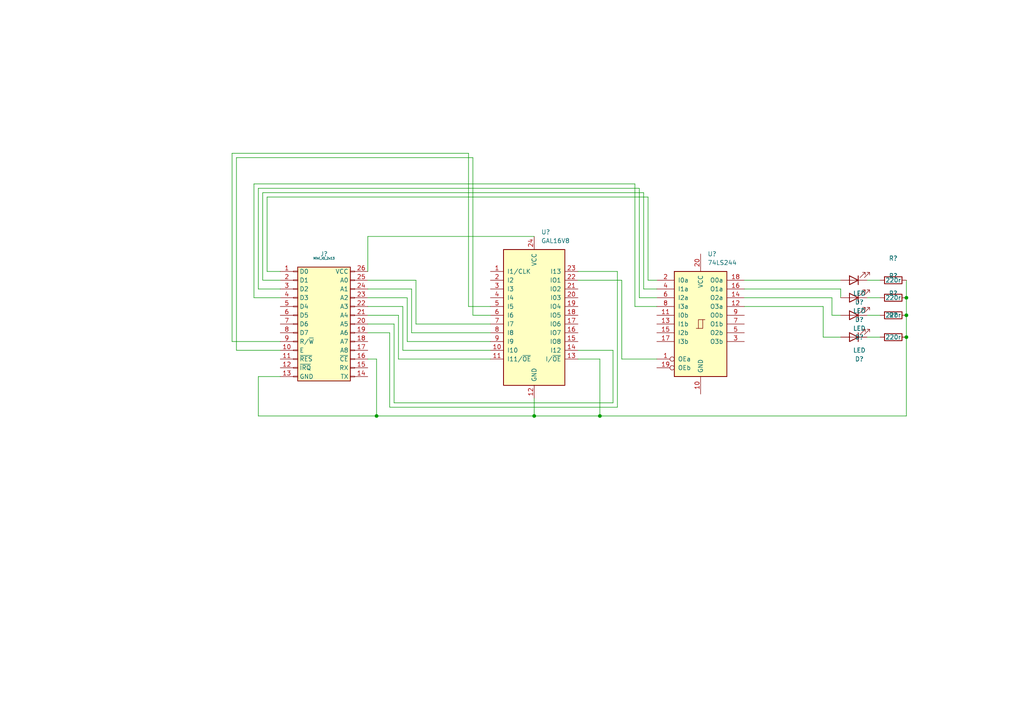
<source format=kicad_sch>
(kicad_sch (version 20211123) (generator eeschema)

  (uuid d68fb288-603f-43ba-9a0a-08ddc6734f3c)

  (paper "A4")

  (lib_symbols
    (symbol "000_MX6309_Symbols:GAL16V8" (pin_names (offset 1.016)) (in_bom yes) (on_board yes)
      (property "Reference" "U" (id 0) (at -8.89 16.51 0)
        (effects (font (size 1.27 1.27)) (justify left))
      )
      (property "Value" "GAL16V8" (id 1) (at -3.81 1.27 0)
        (effects (font (size 1.27 1.27)) (justify left))
      )
      (property "Footprint" "Package_DIP:DIP-24_W7.62mm" (id 2) (at 1.27 -22.86 0)
        (effects (font (size 1.27 1.27)) hide)
      )
      (property "Datasheet" "" (id 3) (at 0 0 0)
        (effects (font (size 1.27 1.27)) hide)
      )
      (property "ki_keywords" "GAL PLD 16V8" (id 4) (at 0 0 0)
        (effects (font (size 1.27 1.27)) hide)
      )
      (property "ki_description" "Programmable Logic Array, DIP-20/SOIC-20/PLCC-20" (id 5) (at 0 0 0)
        (effects (font (size 1.27 1.27)) hide)
      )
      (property "ki_fp_filters" "DIP* PDIP* SOIC* SO* PLCC*" (id 6) (at 0 0 0)
        (effects (font (size 1.27 1.27)) hide)
      )
      (symbol "GAL16V8_0_0"
        (pin power_in line (at 0 -25.4 90) (length 3.81)
          (name "GND" (effects (font (size 1.27 1.27))))
          (number "12" (effects (font (size 1.27 1.27))))
        )
        (pin power_in line (at 0 21.59 270) (length 3.81)
          (name "VCC" (effects (font (size 1.27 1.27))))
          (number "24" (effects (font (size 1.27 1.27))))
        )
      )
      (symbol "GAL16V8_0_1"
        (rectangle (start -8.89 17.78) (end 8.89 -21.59)
          (stroke (width 0.254) (type default) (color 0 0 0 0))
          (fill (type background))
        )
      )
      (symbol "GAL16V8_1_1"
        (pin input line (at -12.7 11.43 0) (length 3.81)
          (name "I1/CLK" (effects (font (size 1.27 1.27))))
          (number "1" (effects (font (size 1.27 1.27))))
        )
        (pin input line (at -12.7 -11.43 0) (length 3.81)
          (name "I10" (effects (font (size 1.27 1.27))))
          (number "10" (effects (font (size 1.27 1.27))))
        )
        (pin input line (at -12.7 -13.97 0) (length 3.81)
          (name "I11/~{OE}" (effects (font (size 1.27 1.27))))
          (number "11" (effects (font (size 1.27 1.27))))
        )
        (pin tri_state line (at 12.7 -13.97 180) (length 3.81)
          (name "I/~{OE}" (effects (font (size 1.27 1.27))))
          (number "13" (effects (font (size 1.27 1.27))))
        )
        (pin tri_state line (at 12.7 -11.43 180) (length 3.81)
          (name "I12" (effects (font (size 1.27 1.27))))
          (number "14" (effects (font (size 1.27 1.27))))
        )
        (pin tri_state line (at 12.7 -8.89 180) (length 3.81)
          (name "IO8" (effects (font (size 1.27 1.27))))
          (number "15" (effects (font (size 1.27 1.27))))
        )
        (pin tri_state line (at 12.7 -6.35 180) (length 3.81)
          (name "IO7" (effects (font (size 1.27 1.27))))
          (number "16" (effects (font (size 1.27 1.27))))
        )
        (pin tri_state line (at 12.7 -3.81 180) (length 3.81)
          (name "IO6" (effects (font (size 1.27 1.27))))
          (number "17" (effects (font (size 1.27 1.27))))
        )
        (pin tri_state line (at 12.7 -1.27 180) (length 3.81)
          (name "IO5" (effects (font (size 1.27 1.27))))
          (number "18" (effects (font (size 1.27 1.27))))
        )
        (pin tri_state line (at 12.7 1.27 180) (length 3.81)
          (name "IO4" (effects (font (size 1.27 1.27))))
          (number "19" (effects (font (size 1.27 1.27))))
        )
        (pin input line (at -12.7 8.89 0) (length 3.81)
          (name "I2" (effects (font (size 1.27 1.27))))
          (number "2" (effects (font (size 1.27 1.27))))
        )
        (pin tri_state line (at 12.7 3.81 180) (length 3.81)
          (name "I03" (effects (font (size 1.27 1.27))))
          (number "20" (effects (font (size 1.27 1.27))))
        )
        (pin tri_state line (at 12.7 6.35 180) (length 3.81)
          (name "IO2" (effects (font (size 1.27 1.27))))
          (number "21" (effects (font (size 1.27 1.27))))
        )
        (pin tri_state line (at 12.7 8.89 180) (length 3.81)
          (name "IO1" (effects (font (size 1.27 1.27))))
          (number "22" (effects (font (size 1.27 1.27))))
        )
        (pin tri_state line (at 12.7 11.43 180) (length 3.81)
          (name "I13" (effects (font (size 1.27 1.27))))
          (number "23" (effects (font (size 1.27 1.27))))
        )
        (pin input line (at -12.7 6.35 0) (length 3.81)
          (name "I3" (effects (font (size 1.27 1.27))))
          (number "3" (effects (font (size 1.27 1.27))))
        )
        (pin input line (at -12.7 3.81 0) (length 3.81)
          (name "I4" (effects (font (size 1.27 1.27))))
          (number "4" (effects (font (size 1.27 1.27))))
        )
        (pin input line (at -12.7 1.27 0) (length 3.81)
          (name "I5" (effects (font (size 1.27 1.27))))
          (number "5" (effects (font (size 1.27 1.27))))
        )
        (pin input line (at -12.7 -1.27 0) (length 3.81)
          (name "I6" (effects (font (size 1.27 1.27))))
          (number "6" (effects (font (size 1.27 1.27))))
        )
        (pin input line (at -12.7 -3.81 0) (length 3.81)
          (name "I7" (effects (font (size 1.27 1.27))))
          (number "7" (effects (font (size 1.27 1.27))))
        )
        (pin input line (at -12.7 -6.35 0) (length 3.81)
          (name "I8" (effects (font (size 1.27 1.27))))
          (number "8" (effects (font (size 1.27 1.27))))
        )
        (pin input line (at -12.7 -8.89 0) (length 3.81)
          (name "I9" (effects (font (size 1.27 1.27))))
          (number "9" (effects (font (size 1.27 1.27))))
        )
      )
    )
    (symbol "000_MX6309_Symbols:Mini_IO_2x13" (pin_names (offset 1.778)) (in_bom yes) (on_board yes)
      (property "Reference" "J" (id 0) (at 7.62 0 0)
        (effects (font (size 1.27 1.27)))
      )
      (property "Value" "Mini_IO_2x13" (id 1) (at 6.35 15.24 0)
        (effects (font (size 0.635 0.635)))
      )
      (property "Footprint" "" (id 2) (at 0 0 0)
        (effects (font (size 1.27 1.27)) hide)
      )
      (property "Datasheet" "~" (id 3) (at 0 0 0)
        (effects (font (size 1.27 1.27)) hide)
      )
      (property "ki_keywords" "connector" (id 4) (at 0 0 0)
        (effects (font (size 1.27 1.27)) hide)
      )
      (property "ki_fp_filters" "Connector*:*_2x??_*" (id 5) (at 0 0 0)
        (effects (font (size 1.27 1.27)) hide)
      )
      (symbol "Mini_IO_2x13_1_1"
        (rectangle (start -1.27 -15.113) (end 0 -15.367)
          (stroke (width 0.1524) (type default) (color 0 0 0 0))
          (fill (type none))
        )
        (rectangle (start -1.27 -12.573) (end 0 -12.827)
          (stroke (width 0.1524) (type default) (color 0 0 0 0))
          (fill (type none))
        )
        (rectangle (start -1.27 -10.033) (end 0 -10.287)
          (stroke (width 0.1524) (type default) (color 0 0 0 0))
          (fill (type none))
        )
        (rectangle (start -1.27 -7.493) (end 0 -7.747)
          (stroke (width 0.1524) (type default) (color 0 0 0 0))
          (fill (type none))
        )
        (rectangle (start -1.27 -4.953) (end 0 -5.207)
          (stroke (width 0.1524) (type default) (color 0 0 0 0))
          (fill (type none))
        )
        (rectangle (start -1.27 -2.413) (end 0 -2.667)
          (stroke (width 0.1524) (type default) (color 0 0 0 0))
          (fill (type none))
        )
        (rectangle (start -1.27 0.127) (end 0 -0.127)
          (stroke (width 0.1524) (type default) (color 0 0 0 0))
          (fill (type none))
        )
        (rectangle (start -1.27 2.667) (end 0 2.413)
          (stroke (width 0.1524) (type default) (color 0 0 0 0))
          (fill (type none))
        )
        (rectangle (start -1.27 5.207) (end 0 4.953)
          (stroke (width 0.1524) (type default) (color 0 0 0 0))
          (fill (type none))
        )
        (rectangle (start -1.27 7.747) (end 0 7.493)
          (stroke (width 0.1524) (type default) (color 0 0 0 0))
          (fill (type none))
        )
        (rectangle (start -1.27 10.287) (end 0 10.033)
          (stroke (width 0.1524) (type default) (color 0 0 0 0))
          (fill (type none))
        )
        (rectangle (start -1.27 12.827) (end 0 12.573)
          (stroke (width 0.1524) (type default) (color 0 0 0 0))
          (fill (type none))
        )
        (rectangle (start -1.27 15.367) (end 0 15.113)
          (stroke (width 0.1524) (type default) (color 0 0 0 0))
          (fill (type none))
        )
        (rectangle (start 0 16.51) (end 15.24 -16.51)
          (stroke (width 0.254) (type default) (color 0 0 0 0))
          (fill (type background))
        )
        (rectangle (start 16.51 -15.113) (end 15.24 -15.367)
          (stroke (width 0.1524) (type default) (color 0 0 0 0))
          (fill (type none))
        )
        (rectangle (start 16.51 -12.573) (end 15.24 -12.827)
          (stroke (width 0.1524) (type default) (color 0 0 0 0))
          (fill (type none))
        )
        (rectangle (start 16.51 -10.033) (end 15.24 -10.287)
          (stroke (width 0.1524) (type default) (color 0 0 0 0))
          (fill (type none))
        )
        (rectangle (start 16.51 -7.493) (end 15.24 -7.747)
          (stroke (width 0.1524) (type default) (color 0 0 0 0))
          (fill (type none))
        )
        (rectangle (start 16.51 -4.953) (end 15.24 -5.207)
          (stroke (width 0.1524) (type default) (color 0 0 0 0))
          (fill (type none))
        )
        (rectangle (start 16.51 -2.413) (end 15.24 -2.667)
          (stroke (width 0.1524) (type default) (color 0 0 0 0))
          (fill (type none))
        )
        (rectangle (start 16.51 0.127) (end 15.24 -0.127)
          (stroke (width 0.1524) (type default) (color 0 0 0 0))
          (fill (type none))
        )
        (rectangle (start 16.51 2.667) (end 15.24 2.413)
          (stroke (width 0.1524) (type default) (color 0 0 0 0))
          (fill (type none))
        )
        (rectangle (start 16.51 5.207) (end 15.24 4.953)
          (stroke (width 0.1524) (type default) (color 0 0 0 0))
          (fill (type none))
        )
        (rectangle (start 16.51 7.747) (end 15.24 7.493)
          (stroke (width 0.1524) (type default) (color 0 0 0 0))
          (fill (type none))
        )
        (rectangle (start 16.51 10.287) (end 15.24 10.033)
          (stroke (width 0.1524) (type default) (color 0 0 0 0))
          (fill (type none))
        )
        (rectangle (start 16.51 12.827) (end 15.24 12.573)
          (stroke (width 0.1524) (type default) (color 0 0 0 0))
          (fill (type none))
        )
        (rectangle (start 16.51 15.367) (end 15.24 15.113)
          (stroke (width 0.1524) (type default) (color 0 0 0 0))
          (fill (type none))
        )
        (pin passive line (at -5.08 15.24 0) (length 3.81)
          (name "D0" (effects (font (size 1.27 1.27))))
          (number "1" (effects (font (size 1.27 1.27))))
        )
        (pin passive line (at -5.08 -7.62 0) (length 3.81)
          (name "E" (effects (font (size 1.27 1.27))))
          (number "10" (effects (font (size 1.27 1.27))))
        )
        (pin passive line (at -5.08 -10.16 0) (length 3.81)
          (name "~{RES}" (effects (font (size 1.27 1.27))))
          (number "11" (effects (font (size 1.27 1.27))))
        )
        (pin passive line (at -5.08 -12.7 0) (length 3.81)
          (name "~{IRQ}" (effects (font (size 1.27 1.27))))
          (number "12" (effects (font (size 1.27 1.27))))
        )
        (pin passive line (at -5.08 -15.24 0) (length 3.81)
          (name "GND" (effects (font (size 1.27 1.27))))
          (number "13" (effects (font (size 1.27 1.27))))
        )
        (pin passive line (at 20.32 -15.24 180) (length 3.81)
          (name "TX" (effects (font (size 1.27 1.27))))
          (number "14" (effects (font (size 1.27 1.27))))
        )
        (pin passive line (at 20.32 -12.7 180) (length 3.81)
          (name "RX" (effects (font (size 1.27 1.27))))
          (number "15" (effects (font (size 1.27 1.27))))
        )
        (pin passive line (at 20.32 -10.16 180) (length 3.81)
          (name "~{CE}" (effects (font (size 1.27 1.27))))
          (number "16" (effects (font (size 1.27 1.27))))
        )
        (pin passive line (at 20.32 -7.62 180) (length 3.81)
          (name "A8" (effects (font (size 1.27 1.27))))
          (number "17" (effects (font (size 1.27 1.27))))
        )
        (pin passive line (at 20.32 -5.08 180) (length 3.81)
          (name "A7" (effects (font (size 1.27 1.27))))
          (number "18" (effects (font (size 1.27 1.27))))
        )
        (pin passive line (at 20.32 -2.54 180) (length 3.81)
          (name "A6" (effects (font (size 1.27 1.27))))
          (number "19" (effects (font (size 1.27 1.27))))
        )
        (pin passive line (at -5.08 12.7 0) (length 3.81)
          (name "D1" (effects (font (size 1.27 1.27))))
          (number "2" (effects (font (size 1.27 1.27))))
        )
        (pin passive line (at 20.32 0 180) (length 3.81)
          (name "A5" (effects (font (size 1.27 1.27))))
          (number "20" (effects (font (size 1.27 1.27))))
        )
        (pin passive line (at 20.32 2.54 180) (length 3.81)
          (name "A4" (effects (font (size 1.27 1.27))))
          (number "21" (effects (font (size 1.27 1.27))))
        )
        (pin passive line (at 20.32 5.08 180) (length 3.81)
          (name "A3" (effects (font (size 1.27 1.27))))
          (number "22" (effects (font (size 1.27 1.27))))
        )
        (pin passive line (at 20.32 7.62 180) (length 3.81)
          (name "A2" (effects (font (size 1.27 1.27))))
          (number "23" (effects (font (size 1.27 1.27))))
        )
        (pin passive line (at 20.32 10.16 180) (length 3.81)
          (name "A1" (effects (font (size 1.27 1.27))))
          (number "24" (effects (font (size 1.27 1.27))))
        )
        (pin passive line (at 20.32 12.7 180) (length 3.81)
          (name "A0" (effects (font (size 1.27 1.27))))
          (number "25" (effects (font (size 1.27 1.27))))
        )
        (pin passive line (at 20.32 15.24 180) (length 3.81)
          (name "VCC" (effects (font (size 1.27 1.27))))
          (number "26" (effects (font (size 1.27 1.27))))
        )
        (pin passive line (at -5.08 10.16 0) (length 3.81)
          (name "D2" (effects (font (size 1.27 1.27))))
          (number "3" (effects (font (size 1.27 1.27))))
        )
        (pin passive line (at -5.08 7.62 0) (length 3.81)
          (name "D3" (effects (font (size 1.27 1.27))))
          (number "4" (effects (font (size 1.27 1.27))))
        )
        (pin passive line (at -5.08 5.08 0) (length 3.81)
          (name "D4" (effects (font (size 1.27 1.27))))
          (number "5" (effects (font (size 1.27 1.27))))
        )
        (pin passive line (at -5.08 2.54 0) (length 3.81)
          (name "D5" (effects (font (size 1.27 1.27))))
          (number "6" (effects (font (size 1.27 1.27))))
        )
        (pin passive line (at -5.08 0 0) (length 3.81)
          (name "D6" (effects (font (size 1.27 1.27))))
          (number "7" (effects (font (size 1.27 1.27))))
        )
        (pin passive line (at -5.08 -2.54 0) (length 3.81)
          (name "D7" (effects (font (size 1.27 1.27))))
          (number "8" (effects (font (size 1.27 1.27))))
        )
        (pin passive line (at -5.08 -5.08 0) (length 3.81)
          (name "R/~{W}" (effects (font (size 1.27 1.27))))
          (number "9" (effects (font (size 1.27 1.27))))
        )
      )
    )
    (symbol "001_common_components:R" (pin_numbers hide) (pin_names (offset 0)) (in_bom yes) (on_board yes)
      (property "Reference" "R" (id 0) (at 2.032 0 90)
        (effects (font (size 1.27 1.27)))
      )
      (property "Value" "R" (id 1) (at 0 0 90)
        (effects (font (size 1.27 1.27)))
      )
      (property "Footprint" "Resistor_THT:R_Axial_DIN0309_L9.0mm_D3.2mm_P12.70mm_Horizontal" (id 2) (at -1.778 0 90)
        (effects (font (size 1.27 1.27)) hide)
      )
      (property "Datasheet" "~" (id 3) (at 0 0 0)
        (effects (font (size 1.27 1.27)) hide)
      )
      (property "ki_keywords" "R res resistor" (id 4) (at 0 0 0)
        (effects (font (size 1.27 1.27)) hide)
      )
      (property "ki_description" "Resistor" (id 5) (at 0 0 0)
        (effects (font (size 1.27 1.27)) hide)
      )
      (property "ki_fp_filters" "R_*" (id 6) (at 0 0 0)
        (effects (font (size 1.27 1.27)) hide)
      )
      (symbol "R_0_1"
        (rectangle (start -1.016 -2.54) (end 1.016 2.54)
          (stroke (width 0.254) (type default) (color 0 0 0 0))
          (fill (type none))
        )
      )
      (symbol "R_1_1"
        (pin passive line (at 0 3.81 270) (length 1.27)
          (name "~" (effects (font (size 1.27 1.27))))
          (number "1" (effects (font (size 1.27 1.27))))
        )
        (pin passive line (at 0 -3.81 90) (length 1.27)
          (name "~" (effects (font (size 1.27 1.27))))
          (number "2" (effects (font (size 1.27 1.27))))
        )
      )
    )
    (symbol "74xx:74LS244" (pin_names (offset 1.016)) (in_bom yes) (on_board yes)
      (property "Reference" "U" (id 0) (at -7.62 16.51 0)
        (effects (font (size 1.27 1.27)))
      )
      (property "Value" "74LS244" (id 1) (at -7.62 -16.51 0)
        (effects (font (size 1.27 1.27)))
      )
      (property "Footprint" "" (id 2) (at 0 0 0)
        (effects (font (size 1.27 1.27)) hide)
      )
      (property "Datasheet" "http://www.ti.com/lit/ds/symlink/sn74ls244.pdf" (id 3) (at 0 0 0)
        (effects (font (size 1.27 1.27)) hide)
      )
      (property "ki_keywords" "7400 logic ttl low power schottky" (id 4) (at 0 0 0)
        (effects (font (size 1.27 1.27)) hide)
      )
      (property "ki_description" "Octal Buffer and Line Driver With 3-State Output, active-low enables, non-inverting outputs" (id 5) (at 0 0 0)
        (effects (font (size 1.27 1.27)) hide)
      )
      (property "ki_fp_filters" "DIP?20*" (id 6) (at 0 0 0)
        (effects (font (size 1.27 1.27)) hide)
      )
      (symbol "74LS244_1_0"
        (polyline
          (pts
            (xy -0.635 -1.27)
            (xy -0.635 1.27)
            (xy 0.635 1.27)
          )
          (stroke (width 0) (type default) (color 0 0 0 0))
          (fill (type none))
        )
        (polyline
          (pts
            (xy -1.27 -1.27)
            (xy 0.635 -1.27)
            (xy 0.635 1.27)
            (xy 1.27 1.27)
          )
          (stroke (width 0) (type default) (color 0 0 0 0))
          (fill (type none))
        )
        (pin input inverted (at -12.7 -10.16 0) (length 5.08)
          (name "OEa" (effects (font (size 1.27 1.27))))
          (number "1" (effects (font (size 1.27 1.27))))
        )
        (pin power_in line (at 0 -20.32 90) (length 5.08)
          (name "GND" (effects (font (size 1.27 1.27))))
          (number "10" (effects (font (size 1.27 1.27))))
        )
        (pin input line (at -12.7 2.54 0) (length 5.08)
          (name "I0b" (effects (font (size 1.27 1.27))))
          (number "11" (effects (font (size 1.27 1.27))))
        )
        (pin tri_state line (at 12.7 5.08 180) (length 5.08)
          (name "O3a" (effects (font (size 1.27 1.27))))
          (number "12" (effects (font (size 1.27 1.27))))
        )
        (pin input line (at -12.7 0 0) (length 5.08)
          (name "I1b" (effects (font (size 1.27 1.27))))
          (number "13" (effects (font (size 1.27 1.27))))
        )
        (pin tri_state line (at 12.7 7.62 180) (length 5.08)
          (name "O2a" (effects (font (size 1.27 1.27))))
          (number "14" (effects (font (size 1.27 1.27))))
        )
        (pin input line (at -12.7 -2.54 0) (length 5.08)
          (name "I2b" (effects (font (size 1.27 1.27))))
          (number "15" (effects (font (size 1.27 1.27))))
        )
        (pin tri_state line (at 12.7 10.16 180) (length 5.08)
          (name "O1a" (effects (font (size 1.27 1.27))))
          (number "16" (effects (font (size 1.27 1.27))))
        )
        (pin input line (at -12.7 -5.08 0) (length 5.08)
          (name "I3b" (effects (font (size 1.27 1.27))))
          (number "17" (effects (font (size 1.27 1.27))))
        )
        (pin tri_state line (at 12.7 12.7 180) (length 5.08)
          (name "O0a" (effects (font (size 1.27 1.27))))
          (number "18" (effects (font (size 1.27 1.27))))
        )
        (pin input inverted (at -12.7 -12.7 0) (length 5.08)
          (name "OEb" (effects (font (size 1.27 1.27))))
          (number "19" (effects (font (size 1.27 1.27))))
        )
        (pin input line (at -12.7 12.7 0) (length 5.08)
          (name "I0a" (effects (font (size 1.27 1.27))))
          (number "2" (effects (font (size 1.27 1.27))))
        )
        (pin power_in line (at 0 20.32 270) (length 5.08)
          (name "VCC" (effects (font (size 1.27 1.27))))
          (number "20" (effects (font (size 1.27 1.27))))
        )
        (pin tri_state line (at 12.7 -5.08 180) (length 5.08)
          (name "O3b" (effects (font (size 1.27 1.27))))
          (number "3" (effects (font (size 1.27 1.27))))
        )
        (pin input line (at -12.7 10.16 0) (length 5.08)
          (name "I1a" (effects (font (size 1.27 1.27))))
          (number "4" (effects (font (size 1.27 1.27))))
        )
        (pin tri_state line (at 12.7 -2.54 180) (length 5.08)
          (name "O2b" (effects (font (size 1.27 1.27))))
          (number "5" (effects (font (size 1.27 1.27))))
        )
        (pin input line (at -12.7 7.62 0) (length 5.08)
          (name "I2a" (effects (font (size 1.27 1.27))))
          (number "6" (effects (font (size 1.27 1.27))))
        )
        (pin tri_state line (at 12.7 0 180) (length 5.08)
          (name "O1b" (effects (font (size 1.27 1.27))))
          (number "7" (effects (font (size 1.27 1.27))))
        )
        (pin input line (at -12.7 5.08 0) (length 5.08)
          (name "I3a" (effects (font (size 1.27 1.27))))
          (number "8" (effects (font (size 1.27 1.27))))
        )
        (pin tri_state line (at 12.7 2.54 180) (length 5.08)
          (name "O0b" (effects (font (size 1.27 1.27))))
          (number "9" (effects (font (size 1.27 1.27))))
        )
      )
      (symbol "74LS244_1_1"
        (rectangle (start -7.62 15.24) (end 7.62 -15.24)
          (stroke (width 0.254) (type default) (color 0 0 0 0))
          (fill (type background))
        )
      )
    )
    (symbol "Device:LED" (pin_numbers hide) (pin_names (offset 1.016) hide) (in_bom yes) (on_board yes)
      (property "Reference" "D" (id 0) (at 0 2.54 0)
        (effects (font (size 1.27 1.27)))
      )
      (property "Value" "LED" (id 1) (at 0 -2.54 0)
        (effects (font (size 1.27 1.27)))
      )
      (property "Footprint" "" (id 2) (at 0 0 0)
        (effects (font (size 1.27 1.27)) hide)
      )
      (property "Datasheet" "~" (id 3) (at 0 0 0)
        (effects (font (size 1.27 1.27)) hide)
      )
      (property "ki_keywords" "LED diode" (id 4) (at 0 0 0)
        (effects (font (size 1.27 1.27)) hide)
      )
      (property "ki_description" "Light emitting diode" (id 5) (at 0 0 0)
        (effects (font (size 1.27 1.27)) hide)
      )
      (property "ki_fp_filters" "LED* LED_SMD:* LED_THT:*" (id 6) (at 0 0 0)
        (effects (font (size 1.27 1.27)) hide)
      )
      (symbol "LED_0_1"
        (polyline
          (pts
            (xy -1.27 -1.27)
            (xy -1.27 1.27)
          )
          (stroke (width 0.254) (type default) (color 0 0 0 0))
          (fill (type none))
        )
        (polyline
          (pts
            (xy -1.27 0)
            (xy 1.27 0)
          )
          (stroke (width 0) (type default) (color 0 0 0 0))
          (fill (type none))
        )
        (polyline
          (pts
            (xy 1.27 -1.27)
            (xy 1.27 1.27)
            (xy -1.27 0)
            (xy 1.27 -1.27)
          )
          (stroke (width 0.254) (type default) (color 0 0 0 0))
          (fill (type none))
        )
        (polyline
          (pts
            (xy -3.048 -0.762)
            (xy -4.572 -2.286)
            (xy -3.81 -2.286)
            (xy -4.572 -2.286)
            (xy -4.572 -1.524)
          )
          (stroke (width 0) (type default) (color 0 0 0 0))
          (fill (type none))
        )
        (polyline
          (pts
            (xy -1.778 -0.762)
            (xy -3.302 -2.286)
            (xy -2.54 -2.286)
            (xy -3.302 -2.286)
            (xy -3.302 -1.524)
          )
          (stroke (width 0) (type default) (color 0 0 0 0))
          (fill (type none))
        )
      )
      (symbol "LED_1_1"
        (pin passive line (at -3.81 0 0) (length 2.54)
          (name "K" (effects (font (size 1.27 1.27))))
          (number "1" (effects (font (size 1.27 1.27))))
        )
        (pin passive line (at 3.81 0 180) (length 2.54)
          (name "A" (effects (font (size 1.27 1.27))))
          (number "2" (effects (font (size 1.27 1.27))))
        )
      )
    )
  )

  (junction (at 173.99 120.65) (diameter 0) (color 0 0 0 0)
    (uuid 52bfcbd4-87f1-4316-8806-759b3e0ae78f)
  )
  (junction (at 109.22 120.65) (diameter 0) (color 0 0 0 0)
    (uuid 828608ec-f462-41d7-b034-3fc11a048e4a)
  )
  (junction (at 262.89 91.44) (diameter 0) (color 0 0 0 0)
    (uuid dd61378b-291a-43b6-8a49-eb315cf5c0ec)
  )
  (junction (at 262.89 97.79) (diameter 0) (color 0 0 0 0)
    (uuid e3a641a7-6ba2-4944-a24d-c1e5061cfd2f)
  )
  (junction (at 262.89 86.36) (diameter 0) (color 0 0 0 0)
    (uuid e8357dea-764d-4c94-93f0-7280a05525d9)
  )
  (junction (at 154.94 120.65) (diameter 0) (color 0 0 0 0)
    (uuid ed8f0650-2b12-4dc1-8063-31274c942a67)
  )

  (wire (pts (xy 187.96 57.15) (xy 187.96 81.28))
    (stroke (width 0) (type default) (color 0 0 0 0))
    (uuid 028d4322-7f55-4d54-bf7a-20905e460234)
  )
  (wire (pts (xy 154.94 115.57) (xy 154.94 120.65))
    (stroke (width 0) (type default) (color 0 0 0 0))
    (uuid 06aa72f5-e1a1-4235-9ac7-61cc90d62b9c)
  )
  (wire (pts (xy 115.57 91.44) (xy 115.57 104.14))
    (stroke (width 0) (type default) (color 0 0 0 0))
    (uuid 0992027d-d692-426d-8cf8-b7845d13e690)
  )
  (wire (pts (xy 81.28 78.74) (xy 77.47 78.74))
    (stroke (width 0) (type default) (color 0 0 0 0))
    (uuid 0dcc08ac-2c76-4069-9142-63d323e14f41)
  )
  (wire (pts (xy 238.76 97.79) (xy 238.76 88.9))
    (stroke (width 0) (type default) (color 0 0 0 0))
    (uuid 13d1021d-8027-4619-93ed-7e51475a492f)
  )
  (wire (pts (xy 73.66 53.34) (xy 73.66 86.36))
    (stroke (width 0) (type default) (color 0 0 0 0))
    (uuid 16fd1add-2c7b-4f0a-a5e8-1850cb4236f9)
  )
  (wire (pts (xy 73.66 86.36) (xy 81.28 86.36))
    (stroke (width 0) (type default) (color 0 0 0 0))
    (uuid 1a1cedc7-b54a-46a5-ae2b-aa94de6f76ec)
  )
  (wire (pts (xy 67.31 44.45) (xy 135.89 44.45))
    (stroke (width 0) (type default) (color 0 0 0 0))
    (uuid 1b9fc812-1ad2-4cc5-88ef-a1a2d56fa801)
  )
  (wire (pts (xy 251.46 97.79) (xy 255.27 97.79))
    (stroke (width 0) (type default) (color 0 0 0 0))
    (uuid 1d4ff93f-c84f-4fa8-bf7b-d38f8d3f7e14)
  )
  (wire (pts (xy 76.2 55.88) (xy 186.69 55.88))
    (stroke (width 0) (type default) (color 0 0 0 0))
    (uuid 1e167d9e-53ba-4d41-9a45-a3bc5ddf0eff)
  )
  (wire (pts (xy 180.34 81.28) (xy 180.34 104.14))
    (stroke (width 0) (type default) (color 0 0 0 0))
    (uuid 1fea749c-bbc5-4317-a398-aaf3668fd9b9)
  )
  (wire (pts (xy 185.42 54.61) (xy 185.42 86.36))
    (stroke (width 0) (type default) (color 0 0 0 0))
    (uuid 211a4156-56b1-4518-ab70-a1cdb6612eb7)
  )
  (wire (pts (xy 120.65 81.28) (xy 120.65 93.98))
    (stroke (width 0) (type default) (color 0 0 0 0))
    (uuid 2701dd68-2468-4c75-b763-10b2cf5ddc4f)
  )
  (wire (pts (xy 74.93 120.65) (xy 74.93 109.22))
    (stroke (width 0) (type default) (color 0 0 0 0))
    (uuid 2bfd7282-c00c-49ff-985f-4fd75aa40dcf)
  )
  (wire (pts (xy 241.3 91.44) (xy 241.3 86.36))
    (stroke (width 0) (type default) (color 0 0 0 0))
    (uuid 2d583829-574c-4e72-96c9-fa520af7496c)
  )
  (wire (pts (xy 180.34 81.28) (xy 167.64 81.28))
    (stroke (width 0) (type default) (color 0 0 0 0))
    (uuid 2f321393-ec30-4ef3-a962-d618ab77ff70)
  )
  (wire (pts (xy 154.94 120.65) (xy 109.22 120.65))
    (stroke (width 0) (type default) (color 0 0 0 0))
    (uuid 321d17f2-c77b-4e86-b045-83f27f6c08c7)
  )
  (wire (pts (xy 116.84 101.6) (xy 142.24 101.6))
    (stroke (width 0) (type default) (color 0 0 0 0))
    (uuid 33058864-f7d1-41e3-a5d4-e320993312f8)
  )
  (wire (pts (xy 190.5 104.14) (xy 180.34 104.14))
    (stroke (width 0) (type default) (color 0 0 0 0))
    (uuid 362a6a2a-b7ea-427c-aae4-dbb3e48454b7)
  )
  (wire (pts (xy 106.68 91.44) (xy 115.57 91.44))
    (stroke (width 0) (type default) (color 0 0 0 0))
    (uuid 374c8e3e-be5e-4ea6-978e-be67b8884eb8)
  )
  (wire (pts (xy 177.8 101.6) (xy 177.8 116.84))
    (stroke (width 0) (type default) (color 0 0 0 0))
    (uuid 38b944cf-63d3-405a-a896-5cdede6975ab)
  )
  (wire (pts (xy 114.3 93.98) (xy 106.68 93.98))
    (stroke (width 0) (type default) (color 0 0 0 0))
    (uuid 3b361ec9-3d57-4afa-a3e2-127f0592a82a)
  )
  (wire (pts (xy 179.07 78.74) (xy 179.07 118.11))
    (stroke (width 0) (type default) (color 0 0 0 0))
    (uuid 3decf7d9-29ee-476d-bc4f-2ef9e763f9fe)
  )
  (wire (pts (xy 215.9 81.28) (xy 243.84 81.28))
    (stroke (width 0) (type default) (color 0 0 0 0))
    (uuid 3fbf32a8-3580-4a33-bd5e-9cea6e2841d5)
  )
  (wire (pts (xy 187.96 81.28) (xy 190.5 81.28))
    (stroke (width 0) (type default) (color 0 0 0 0))
    (uuid 3ffa0b80-7393-4487-93fb-ae61bfc53a7e)
  )
  (wire (pts (xy 251.46 91.44) (xy 255.27 91.44))
    (stroke (width 0) (type default) (color 0 0 0 0))
    (uuid 402613da-85ab-436c-b792-ce318b30aba0)
  )
  (wire (pts (xy 73.66 53.34) (xy 184.15 53.34))
    (stroke (width 0) (type default) (color 0 0 0 0))
    (uuid 4494bd32-d88e-4b34-bcad-46baf9579aa2)
  )
  (wire (pts (xy 118.11 99.06) (xy 142.24 99.06))
    (stroke (width 0) (type default) (color 0 0 0 0))
    (uuid 47317147-5204-420a-baeb-c24f07202f49)
  )
  (wire (pts (xy 167.64 101.6) (xy 177.8 101.6))
    (stroke (width 0) (type default) (color 0 0 0 0))
    (uuid 4794e4a5-2a42-4aef-97ef-b4f735298253)
  )
  (wire (pts (xy 179.07 118.11) (xy 113.03 118.11))
    (stroke (width 0) (type default) (color 0 0 0 0))
    (uuid 49af4d38-eb4d-4951-beed-466e3b92da90)
  )
  (wire (pts (xy 118.11 86.36) (xy 118.11 99.06))
    (stroke (width 0) (type default) (color 0 0 0 0))
    (uuid 4a8dabe2-0873-4c5f-a148-2d5526563250)
  )
  (wire (pts (xy 74.93 54.61) (xy 185.42 54.61))
    (stroke (width 0) (type default) (color 0 0 0 0))
    (uuid 4d11430c-ef66-4c48-b4b1-4335d0df53d2)
  )
  (wire (pts (xy 109.22 104.14) (xy 109.22 120.65))
    (stroke (width 0) (type default) (color 0 0 0 0))
    (uuid 4d7cef98-6a55-456e-819e-f418212bb219)
  )
  (wire (pts (xy 215.9 83.82) (xy 243.84 83.82))
    (stroke (width 0) (type default) (color 0 0 0 0))
    (uuid 4fa82803-577a-409b-aaac-72fc7e32a77c)
  )
  (wire (pts (xy 114.3 116.84) (xy 114.3 93.98))
    (stroke (width 0) (type default) (color 0 0 0 0))
    (uuid 5457f05d-dfc9-4eaf-ae5a-790e0888611e)
  )
  (wire (pts (xy 119.38 83.82) (xy 119.38 96.52))
    (stroke (width 0) (type default) (color 0 0 0 0))
    (uuid 5d8a06a6-7efa-4811-a9f3-b48dd0a93107)
  )
  (wire (pts (xy 173.99 120.65) (xy 154.94 120.65))
    (stroke (width 0) (type default) (color 0 0 0 0))
    (uuid 65487dce-5da5-47f2-9385-ea8225d8a432)
  )
  (wire (pts (xy 154.94 68.58) (xy 106.68 68.58))
    (stroke (width 0) (type default) (color 0 0 0 0))
    (uuid 655d8c13-92e4-445c-8a93-519885df7adc)
  )
  (wire (pts (xy 120.65 93.98) (xy 142.24 93.98))
    (stroke (width 0) (type default) (color 0 0 0 0))
    (uuid 66da9d91-9358-4405-9a28-4570385790d6)
  )
  (wire (pts (xy 115.57 104.14) (xy 142.24 104.14))
    (stroke (width 0) (type default) (color 0 0 0 0))
    (uuid 6761f22b-898b-4e34-a9ec-b300056d67e6)
  )
  (wire (pts (xy 106.68 83.82) (xy 119.38 83.82))
    (stroke (width 0) (type default) (color 0 0 0 0))
    (uuid 6d049a05-ee8f-4811-acb7-de936f79f8b6)
  )
  (wire (pts (xy 74.93 54.61) (xy 74.93 83.82))
    (stroke (width 0) (type default) (color 0 0 0 0))
    (uuid 709d4b52-86ac-4b1d-b623-4fc1eb1f3769)
  )
  (wire (pts (xy 173.99 104.14) (xy 173.99 120.65))
    (stroke (width 0) (type default) (color 0 0 0 0))
    (uuid 72fc932f-7efa-45fe-b068-7f8b2afefd69)
  )
  (wire (pts (xy 77.47 57.15) (xy 187.96 57.15))
    (stroke (width 0) (type default) (color 0 0 0 0))
    (uuid 749527a1-16cc-4e66-938f-f8068efa925f)
  )
  (wire (pts (xy 243.84 91.44) (xy 241.3 91.44))
    (stroke (width 0) (type default) (color 0 0 0 0))
    (uuid 766978f0-a690-4baf-8446-4d681f909d7d)
  )
  (wire (pts (xy 81.28 99.06) (xy 67.31 99.06))
    (stroke (width 0) (type default) (color 0 0 0 0))
    (uuid 7a295d8f-4fb3-4dda-8ea9-44d549501b06)
  )
  (wire (pts (xy 74.93 83.82) (xy 81.28 83.82))
    (stroke (width 0) (type default) (color 0 0 0 0))
    (uuid 80d0c4cd-3fd1-4843-83f9-f7c1bb35278e)
  )
  (wire (pts (xy 68.58 101.6) (xy 81.28 101.6))
    (stroke (width 0) (type default) (color 0 0 0 0))
    (uuid 8368e44b-1326-4d6f-a0ac-2b0e0e8867be)
  )
  (wire (pts (xy 251.46 81.28) (xy 255.27 81.28))
    (stroke (width 0) (type default) (color 0 0 0 0))
    (uuid 877054a4-2ca5-4fbb-b582-d4458c204252)
  )
  (wire (pts (xy 67.31 99.06) (xy 67.31 44.45))
    (stroke (width 0) (type default) (color 0 0 0 0))
    (uuid 87ae1261-738c-4af7-8ff9-4ea22a1414fa)
  )
  (wire (pts (xy 106.68 104.14) (xy 109.22 104.14))
    (stroke (width 0) (type default) (color 0 0 0 0))
    (uuid 8ad5a99f-f819-4e4c-90a6-c313978db5b8)
  )
  (wire (pts (xy 119.38 96.52) (xy 142.24 96.52))
    (stroke (width 0) (type default) (color 0 0 0 0))
    (uuid 94ddc789-c202-48dc-a37e-12d83160754b)
  )
  (wire (pts (xy 190.5 88.9) (xy 184.15 88.9))
    (stroke (width 0) (type default) (color 0 0 0 0))
    (uuid 981dc36b-3cb7-43d0-be6d-1bda89a6c359)
  )
  (wire (pts (xy 251.46 86.36) (xy 255.27 86.36))
    (stroke (width 0) (type default) (color 0 0 0 0))
    (uuid 989114f1-1d43-4fee-83b9-ff29fc4f1a1c)
  )
  (wire (pts (xy 106.68 68.58) (xy 106.68 78.74))
    (stroke (width 0) (type default) (color 0 0 0 0))
    (uuid 9e052382-5584-427b-82b5-307134128d22)
  )
  (wire (pts (xy 262.89 97.79) (xy 262.89 91.44))
    (stroke (width 0) (type default) (color 0 0 0 0))
    (uuid 9fc0b92a-2779-4eba-a628-ce3c99b899dd)
  )
  (wire (pts (xy 135.89 44.45) (xy 135.89 88.9))
    (stroke (width 0) (type default) (color 0 0 0 0))
    (uuid a022a479-9166-4e8b-9b66-93a5f89b5a63)
  )
  (wire (pts (xy 113.03 118.11) (xy 113.03 96.52))
    (stroke (width 0) (type default) (color 0 0 0 0))
    (uuid a25e9b16-5d53-46cd-9936-b2337cd4fbee)
  )
  (wire (pts (xy 167.64 104.14) (xy 173.99 104.14))
    (stroke (width 0) (type default) (color 0 0 0 0))
    (uuid a4108bd2-8dcc-4b72-b6cd-3d1044d63994)
  )
  (wire (pts (xy 113.03 96.52) (xy 106.68 96.52))
    (stroke (width 0) (type default) (color 0 0 0 0))
    (uuid ab6b0bb5-ae81-4442-87c5-d85909d10e45)
  )
  (wire (pts (xy 135.89 88.9) (xy 142.24 88.9))
    (stroke (width 0) (type default) (color 0 0 0 0))
    (uuid ad8b6429-0a8a-4730-8316-5eb2c532d734)
  )
  (wire (pts (xy 185.42 86.36) (xy 190.5 86.36))
    (stroke (width 0) (type default) (color 0 0 0 0))
    (uuid ae9f1b8c-4306-47b9-8d29-c5cfe780633f)
  )
  (wire (pts (xy 184.15 88.9) (xy 184.15 53.34))
    (stroke (width 0) (type default) (color 0 0 0 0))
    (uuid af0fe7f1-c249-482a-867e-3cd92d86da2c)
  )
  (wire (pts (xy 116.84 88.9) (xy 116.84 101.6))
    (stroke (width 0) (type default) (color 0 0 0 0))
    (uuid b4c71a38-f328-417c-bbce-4abcea0b1de4)
  )
  (wire (pts (xy 137.16 45.72) (xy 68.58 45.72))
    (stroke (width 0) (type default) (color 0 0 0 0))
    (uuid bd24ed6e-55dd-4305-b31c-8a186ea5a8b4)
  )
  (wire (pts (xy 190.5 83.82) (xy 186.69 83.82))
    (stroke (width 0) (type default) (color 0 0 0 0))
    (uuid c6a1ca52-9d61-44fe-a14e-24759a969cd2)
  )
  (wire (pts (xy 76.2 81.28) (xy 76.2 55.88))
    (stroke (width 0) (type default) (color 0 0 0 0))
    (uuid c9acc85f-92bc-446a-ba51-b199d6f5b5b3)
  )
  (wire (pts (xy 109.22 120.65) (xy 74.93 120.65))
    (stroke (width 0) (type default) (color 0 0 0 0))
    (uuid cbdd034a-49f5-4cf3-a5e3-66fc51e6f7d2)
  )
  (wire (pts (xy 77.47 78.74) (xy 77.47 57.15))
    (stroke (width 0) (type default) (color 0 0 0 0))
    (uuid cf530f98-f3c9-49e9-9789-d60fa73284b3)
  )
  (wire (pts (xy 106.68 88.9) (xy 116.84 88.9))
    (stroke (width 0) (type default) (color 0 0 0 0))
    (uuid d0ddb74c-1341-4a12-85fe-08520eb7be92)
  )
  (wire (pts (xy 106.68 86.36) (xy 118.11 86.36))
    (stroke (width 0) (type default) (color 0 0 0 0))
    (uuid d22d6ce1-78ff-42ec-9f24-889a010baf41)
  )
  (wire (pts (xy 215.9 86.36) (xy 241.3 86.36))
    (stroke (width 0) (type default) (color 0 0 0 0))
    (uuid d8b5b643-8e7c-476a-8f5d-90403606d850)
  )
  (wire (pts (xy 81.28 81.28) (xy 76.2 81.28))
    (stroke (width 0) (type default) (color 0 0 0 0))
    (uuid dae27987-b075-42e9-ae44-3d6ddf01b112)
  )
  (wire (pts (xy 262.89 86.36) (xy 262.89 81.28))
    (stroke (width 0) (type default) (color 0 0 0 0))
    (uuid dc8dd8b7-4368-42a7-bebb-9ced2cb20b9c)
  )
  (wire (pts (xy 243.84 86.36) (xy 243.84 83.82))
    (stroke (width 0) (type default) (color 0 0 0 0))
    (uuid dfc15832-b878-425f-a020-a2825a7aa646)
  )
  (wire (pts (xy 186.69 83.82) (xy 186.69 55.88))
    (stroke (width 0) (type default) (color 0 0 0 0))
    (uuid e21ff954-5721-4fd2-99dd-115b849eff53)
  )
  (wire (pts (xy 106.68 81.28) (xy 120.65 81.28))
    (stroke (width 0) (type default) (color 0 0 0 0))
    (uuid e6822883-30a4-496c-9e2b-eb8e984303cb)
  )
  (wire (pts (xy 262.89 91.44) (xy 262.89 86.36))
    (stroke (width 0) (type default) (color 0 0 0 0))
    (uuid e88ea884-6adc-4746-a594-f72befd918ab)
  )
  (wire (pts (xy 215.9 88.9) (xy 238.76 88.9))
    (stroke (width 0) (type default) (color 0 0 0 0))
    (uuid e9721795-9834-4fc2-a3a1-d818d21ccfed)
  )
  (wire (pts (xy 142.24 91.44) (xy 137.16 91.44))
    (stroke (width 0) (type default) (color 0 0 0 0))
    (uuid ec3161ac-28c8-4858-a43a-4ae90d0ee943)
  )
  (wire (pts (xy 68.58 45.72) (xy 68.58 101.6))
    (stroke (width 0) (type default) (color 0 0 0 0))
    (uuid ed878512-c407-476a-9fd4-2af64ca30b3c)
  )
  (wire (pts (xy 173.99 120.65) (xy 262.89 120.65))
    (stroke (width 0) (type default) (color 0 0 0 0))
    (uuid f4cd5214-d310-43e5-9563-8e5009636d36)
  )
  (wire (pts (xy 137.16 91.44) (xy 137.16 45.72))
    (stroke (width 0) (type default) (color 0 0 0 0))
    (uuid f5c9c974-018a-4f99-bba8-ceccabb4d4e3)
  )
  (wire (pts (xy 262.89 120.65) (xy 262.89 97.79))
    (stroke (width 0) (type default) (color 0 0 0 0))
    (uuid f7448eb3-f63a-46f5-af8f-9aa0a5275fee)
  )
  (wire (pts (xy 74.93 109.22) (xy 81.28 109.22))
    (stroke (width 0) (type default) (color 0 0 0 0))
    (uuid f77e3f09-646e-44b3-846d-4d22e801e10c)
  )
  (wire (pts (xy 167.64 78.74) (xy 179.07 78.74))
    (stroke (width 0) (type default) (color 0 0 0 0))
    (uuid fa30d1c0-06fd-441c-97d2-3bed7a7f9f42)
  )
  (wire (pts (xy 243.84 97.79) (xy 238.76 97.79))
    (stroke (width 0) (type default) (color 0 0 0 0))
    (uuid fd947a7e-0d5c-4e8b-bfe2-deafe8d65f0d)
  )
  (wire (pts (xy 177.8 116.84) (xy 114.3 116.84))
    (stroke (width 0) (type default) (color 0 0 0 0))
    (uuid ff8b1565-c04c-4829-aaac-4f3140232a95)
  )

  (symbol (lib_id "Device:LED") (at 247.65 86.36 180) (unit 1)
    (in_bom yes) (on_board yes) (fields_autoplaced)
    (uuid 3f55cc05-7c8d-40fe-8858-46dd92a7383f)
    (property "Reference" "D?" (id 0) (at 249.2375 92.71 0))
    (property "Value" "LED" (id 1) (at 249.2375 90.17 0))
    (property "Footprint" "" (id 2) (at 247.65 86.36 0)
      (effects (font (size 1.27 1.27)) hide)
    )
    (property "Datasheet" "~" (id 3) (at 247.65 86.36 0)
      (effects (font (size 1.27 1.27)) hide)
    )
    (pin "1" (uuid ccacbb35-f66f-4b70-9661-660b424c809e))
    (pin "2" (uuid 93e917dc-a891-4dd2-9d69-74823d7e1497))
  )

  (symbol (lib_id "Device:LED") (at 247.65 81.28 180) (unit 1)
    (in_bom yes) (on_board yes) (fields_autoplaced)
    (uuid 3fa43d2d-81ed-407e-9332-c353bcab640b)
    (property "Reference" "D?" (id 0) (at 249.2375 87.63 0))
    (property "Value" "LED" (id 1) (at 249.2375 85.09 0))
    (property "Footprint" "" (id 2) (at 247.65 81.28 0)
      (effects (font (size 1.27 1.27)) hide)
    )
    (property "Datasheet" "~" (id 3) (at 247.65 81.28 0)
      (effects (font (size 1.27 1.27)) hide)
    )
    (pin "1" (uuid 7feafe86-cba0-4888-9c6f-baf51d3ae4e4))
    (pin "2" (uuid cbd1fb10-b49b-41f2-9551-5a3592c3e7e9))
  )

  (symbol (lib_id "001_common_components:R") (at 259.08 86.36 90) (unit 1)
    (in_bom yes) (on_board yes)
    (uuid 59cae7c0-46d9-49f1-952c-2a998b0323cd)
    (property "Reference" "R?" (id 0) (at 259.08 80.01 90))
    (property "Value" "220r" (id 1) (at 259.08 86.36 90))
    (property "Footprint" "Resistor_THT:R_Axial_DIN0309_L9.0mm_D3.2mm_P12.70mm_Horizontal" (id 2) (at 259.08 88.138 90)
      (effects (font (size 1.27 1.27)) hide)
    )
    (property "Datasheet" "~" (id 3) (at 259.08 86.36 0)
      (effects (font (size 1.27 1.27)) hide)
    )
    (pin "1" (uuid fb27f232-9859-43e3-a595-e84b442f0cb8))
    (pin "2" (uuid 46d578b2-79ef-43a0-bb07-4f1f64ffdc94))
  )

  (symbol (lib_id "000_MX6309_Symbols:Mini_IO_2x13") (at 86.36 93.98 0) (unit 1)
    (in_bom yes) (on_board yes) (fields_autoplaced)
    (uuid 5c86a62d-1e2b-4ff5-acdd-3f770d5b024d)
    (property "Reference" "J?" (id 0) (at 93.98 73.66 0))
    (property "Value" "Mini_IO_2x13" (id 1) (at 93.98 74.93 0)
      (effects (font (size 0.635 0.635)))
    )
    (property "Footprint" "" (id 2) (at 86.36 93.98 0)
      (effects (font (size 1.27 1.27)) hide)
    )
    (property "Datasheet" "~" (id 3) (at 86.36 93.98 0)
      (effects (font (size 1.27 1.27)) hide)
    )
    (pin "1" (uuid b25cd44c-9fd1-4520-8cd1-3cf8cd8fc80a))
    (pin "10" (uuid 98eb4ab0-8041-40c0-a3fd-829652836ae7))
    (pin "11" (uuid dc7048bd-a4ab-42f9-942c-772f1a64cf3b))
    (pin "12" (uuid 05a1843b-233e-4371-b7c3-336d7af46be1))
    (pin "13" (uuid b314bb46-90e2-4c41-8218-a4f12a150a1a))
    (pin "14" (uuid c149e32b-76eb-48e4-9615-525c82f5afa7))
    (pin "15" (uuid 2d032b29-728b-47de-9926-8569bf89d408))
    (pin "16" (uuid e1c89374-91f2-4f34-ad94-0c4681c114ab))
    (pin "17" (uuid 9440363c-ee25-4f95-bbe0-8b4701d8ccbf))
    (pin "18" (uuid 2b6e545a-0a80-45bd-8cbf-995e6e10938e))
    (pin "19" (uuid 88318ee0-4cd8-4e08-9658-8a767f172728))
    (pin "2" (uuid aa883f67-86e3-4e6e-bd85-bd3c734976db))
    (pin "20" (uuid e7f806d9-8c2e-4b9e-afd4-a8956c6642e2))
    (pin "21" (uuid 85b4005e-7b3e-44fd-8df5-ac90c03a1456))
    (pin "22" (uuid 7bb3ebad-6524-4f7b-aa10-b41930f1f363))
    (pin "23" (uuid d23fa4b1-8ce1-4ef5-b3ea-5680519018ab))
    (pin "24" (uuid 2136a4ca-fbf9-47e1-a850-6b39ad0fe750))
    (pin "25" (uuid 13113468-7093-4400-8d7d-a838135a22ae))
    (pin "26" (uuid 8c71445f-f1a3-46d1-945b-2191425f15e8))
    (pin "3" (uuid ae32da76-79da-470a-a069-2e08e9e1437a))
    (pin "4" (uuid 195ce7bf-f726-4d83-b623-5759632123b8))
    (pin "5" (uuid f0949c49-f6dc-4ade-8df7-99af0a0f231a))
    (pin "6" (uuid 888a109c-3af3-44f1-b674-296330e26711))
    (pin "7" (uuid 2c181815-c1bb-42fa-9a82-32162dfb4de3))
    (pin "8" (uuid e2b4e618-a45f-4f73-93c8-6448d44ae8f8))
    (pin "9" (uuid 1450a299-3051-4e20-9bbb-e378476f28f1))
  )

  (symbol (lib_id "Device:LED") (at 247.65 91.44 180) (unit 1)
    (in_bom yes) (on_board yes) (fields_autoplaced)
    (uuid 6d167745-3e85-4fdd-b492-2dea19aee743)
    (property "Reference" "D?" (id 0) (at 249.2375 97.79 0))
    (property "Value" "LED" (id 1) (at 249.2375 95.25 0))
    (property "Footprint" "" (id 2) (at 247.65 91.44 0)
      (effects (font (size 1.27 1.27)) hide)
    )
    (property "Datasheet" "~" (id 3) (at 247.65 91.44 0)
      (effects (font (size 1.27 1.27)) hide)
    )
    (pin "1" (uuid bf1b5ee7-995b-4516-b5d5-3d3e8adb21fb))
    (pin "2" (uuid 9185c35f-ad20-4fd4-a93b-5cad848f8756))
  )

  (symbol (lib_id "74xx:74LS244") (at 203.2 93.98 0) (unit 1)
    (in_bom yes) (on_board yes) (fields_autoplaced)
    (uuid 825765d4-f995-4760-99c6-3ac50dd701b3)
    (property "Reference" "U?" (id 0) (at 205.2194 73.66 0)
      (effects (font (size 1.27 1.27)) (justify left))
    )
    (property "Value" "74LS244" (id 1) (at 205.2194 76.2 0)
      (effects (font (size 1.27 1.27)) (justify left))
    )
    (property "Footprint" "" (id 2) (at 203.2 93.98 0)
      (effects (font (size 1.27 1.27)) hide)
    )
    (property "Datasheet" "http://www.ti.com/lit/ds/symlink/sn74ls244.pdf" (id 3) (at 203.2 93.98 0)
      (effects (font (size 1.27 1.27)) hide)
    )
    (pin "1" (uuid c57a4078-39d8-4fd9-a1e3-14ea976ae2c6))
    (pin "10" (uuid fb62dbca-d4b7-4e0a-9463-90990ebf2c0d))
    (pin "11" (uuid 2357a43f-1ee4-488f-bdfd-a7e3184db775))
    (pin "12" (uuid 238bb888-5f20-47cd-b186-cddf4940edd8))
    (pin "13" (uuid ebd9d244-1d9e-46ec-b88f-3ec36ed41983))
    (pin "14" (uuid c608a767-d4e8-468f-a719-d67abacb93b7))
    (pin "15" (uuid 707b056d-07bd-45bd-aec9-5ff21086d913))
    (pin "16" (uuid f6dceddf-4be7-47b0-a3d4-0eaeda799ff0))
    (pin "17" (uuid ea0d6438-d10c-4a27-8f81-94de28b6e91e))
    (pin "18" (uuid c12d9c55-f875-4831-bfc8-e827cbd5a060))
    (pin "19" (uuid 7b5060c6-156c-48ab-b78e-89605341d159))
    (pin "2" (uuid c8620329-4765-4e21-84ad-ffc669c2a1a8))
    (pin "20" (uuid b31c8f4f-b16b-4b58-948a-ba7e3cece4d7))
    (pin "3" (uuid 84f2f388-5efa-42a4-bd5f-c746b23cc6c6))
    (pin "4" (uuid 79e5e5ff-8152-4a10-86e6-889f7d7b5575))
    (pin "5" (uuid ff5103ee-4c03-4412-8ec3-5e225311dc39))
    (pin "6" (uuid 2f66d678-ed3f-4258-842f-43fccb9396da))
    (pin "7" (uuid 73e55c8f-52f9-46db-a64a-c0a4efdaf3eb))
    (pin "8" (uuid d0dd3551-7e19-4626-aa92-dbe812cf67ab))
    (pin "9" (uuid a22ff54f-dc21-4e2e-9cd3-62b6894924ef))
  )

  (symbol (lib_id "001_common_components:R") (at 259.08 81.28 90) (unit 1)
    (in_bom yes) (on_board yes)
    (uuid adbf1acb-b510-4ad0-abc2-e185cb72fcb2)
    (property "Reference" "R?" (id 0) (at 259.08 74.93 90))
    (property "Value" "220r" (id 1) (at 259.08 81.28 90))
    (property "Footprint" "Resistor_THT:R_Axial_DIN0309_L9.0mm_D3.2mm_P12.70mm_Horizontal" (id 2) (at 259.08 83.058 90)
      (effects (font (size 1.27 1.27)) hide)
    )
    (property "Datasheet" "~" (id 3) (at 259.08 81.28 0)
      (effects (font (size 1.27 1.27)) hide)
    )
    (pin "1" (uuid 2a4e22ba-7ee7-4c3e-bac3-bf8b19001305))
    (pin "2" (uuid cccd8a57-f559-47ba-aa2e-d7d4af85fb44))
  )

  (symbol (lib_id "001_common_components:R") (at 259.08 91.44 90) (unit 1)
    (in_bom yes) (on_board yes)
    (uuid dab88c52-c673-49fb-8599-40a2fe042c77)
    (property "Reference" "R?" (id 0) (at 259.08 85.09 90))
    (property "Value" "220r" (id 1) (at 259.08 91.44 90))
    (property "Footprint" "Resistor_THT:R_Axial_DIN0309_L9.0mm_D3.2mm_P12.70mm_Horizontal" (id 2) (at 259.08 93.218 90)
      (effects (font (size 1.27 1.27)) hide)
    )
    (property "Datasheet" "~" (id 3) (at 259.08 91.44 0)
      (effects (font (size 1.27 1.27)) hide)
    )
    (pin "1" (uuid a96820e9-e1d2-4593-9117-f642442b03df))
    (pin "2" (uuid 92896d94-7f2f-43da-831c-5f70571a513d))
  )

  (symbol (lib_id "001_common_components:R") (at 259.08 97.79 90) (unit 1)
    (in_bom yes) (on_board yes)
    (uuid f0bcd982-c97e-43ce-b8e4-69ae803ac2bf)
    (property "Reference" "R?" (id 0) (at 259.08 91.44 90))
    (property "Value" "220r" (id 1) (at 259.08 97.79 90))
    (property "Footprint" "Resistor_THT:R_Axial_DIN0309_L9.0mm_D3.2mm_P12.70mm_Horizontal" (id 2) (at 259.08 99.568 90)
      (effects (font (size 1.27 1.27)) hide)
    )
    (property "Datasheet" "~" (id 3) (at 259.08 97.79 0)
      (effects (font (size 1.27 1.27)) hide)
    )
    (pin "1" (uuid 1254e968-91c0-4aa0-af92-d39406f29828))
    (pin "2" (uuid b7dad7cb-f09b-4901-bf69-2513954d21a4))
  )

  (symbol (lib_id "Device:LED") (at 247.65 97.79 180) (unit 1)
    (in_bom yes) (on_board yes) (fields_autoplaced)
    (uuid f150e684-5531-4993-a874-7c65bcec0b45)
    (property "Reference" "D?" (id 0) (at 249.2375 104.14 0))
    (property "Value" "LED" (id 1) (at 249.2375 101.6 0))
    (property "Footprint" "" (id 2) (at 247.65 97.79 0)
      (effects (font (size 1.27 1.27)) hide)
    )
    (property "Datasheet" "~" (id 3) (at 247.65 97.79 0)
      (effects (font (size 1.27 1.27)) hide)
    )
    (pin "1" (uuid 1f043e39-b9a0-4151-93a1-6fbe9c55cd21))
    (pin "2" (uuid 6a086f1c-b3b1-4b44-95ca-713e9b635b8a))
  )

  (symbol (lib_id "000_MX6309_Symbols:GAL16V8") (at 154.94 90.17 0) (unit 1)
    (in_bom yes) (on_board yes) (fields_autoplaced)
    (uuid f7449061-516f-4ac3-908f-9e202f0bbd97)
    (property "Reference" "U?" (id 0) (at 156.9594 67.31 0)
      (effects (font (size 1.27 1.27)) (justify left))
    )
    (property "Value" "GAL16V8" (id 1) (at 156.9594 69.85 0)
      (effects (font (size 1.27 1.27)) (justify left))
    )
    (property "Footprint" "Package_DIP:DIP-24_W7.62mm" (id 2) (at 156.21 113.03 0)
      (effects (font (size 1.27 1.27)) hide)
    )
    (property "Datasheet" "" (id 3) (at 154.94 90.17 0)
      (effects (font (size 1.27 1.27)) hide)
    )
    (pin "12" (uuid f0ee555a-9492-4eeb-9662-20acbbab6eb8))
    (pin "24" (uuid c20068ec-1cbc-4411-8654-044308265a03))
    (pin "1" (uuid 04bd0301-27cd-4ea8-a492-1adf15c10aba))
    (pin "10" (uuid 3f8dcf8f-fbac-46d4-b7fa-9ec045f6f196))
    (pin "11" (uuid 7b24199c-9a9b-4256-9afc-cd8c3fa0709e))
    (pin "13" (uuid 1f041eb1-35ac-43f7-a4bc-3fc4578c0620))
    (pin "14" (uuid f21e4bd2-48d1-4d60-88d4-383a3729fdf0))
    (pin "15" (uuid 076ac530-9294-4903-a91f-15034066810c))
    (pin "16" (uuid 95a792d0-905f-435d-9cb8-8d034448771b))
    (pin "17" (uuid c8234d89-a302-42e7-b65d-a5413bbbb291))
    (pin "18" (uuid b517d141-889e-4794-8461-edc5b8d78021))
    (pin "19" (uuid 05fd7edc-8c7b-438f-8f0b-a5d29a0cf2b9))
    (pin "2" (uuid fcec5449-2d72-4c96-aef3-a2814539725b))
    (pin "20" (uuid 1a509a94-c005-4cd9-91aa-a7f8479efe3b))
    (pin "21" (uuid d31633d8-5f46-4dd2-b4b4-d45f84629a48))
    (pin "22" (uuid 18739854-a1a7-42a9-bb66-76caf81d1e5b))
    (pin "23" (uuid 3638dec5-1a92-495f-994c-5345954027f4))
    (pin "3" (uuid 342b5776-9142-4880-807c-7cbd61617353))
    (pin "4" (uuid 74d7b4fe-6486-4db2-abed-bc336ac6ea4e))
    (pin "5" (uuid d5f06f8f-0f00-40ef-8d17-57622577340b))
    (pin "6" (uuid 4171b5f9-2768-48aa-8466-52205cd4743e))
    (pin "7" (uuid 0e867b63-b937-45c3-943a-8e6260cffe7f))
    (pin "8" (uuid d6cbb14d-f888-4e42-8f39-aeafdd41a7bd))
    (pin "9" (uuid cb1a9481-a752-4e16-b476-5aa48ce75dae))
  )

  (sheet_instances
    (path "/" (page "1"))
  )

  (symbol_instances
    (path "/3f55cc05-7c8d-40fe-8858-46dd92a7383f"
      (reference "D?") (unit 1) (value "LED") (footprint "")
    )
    (path "/3fa43d2d-81ed-407e-9332-c353bcab640b"
      (reference "D?") (unit 1) (value "LED") (footprint "")
    )
    (path "/6d167745-3e85-4fdd-b492-2dea19aee743"
      (reference "D?") (unit 1) (value "LED") (footprint "")
    )
    (path "/f150e684-5531-4993-a874-7c65bcec0b45"
      (reference "D?") (unit 1) (value "LED") (footprint "")
    )
    (path "/5c86a62d-1e2b-4ff5-acdd-3f770d5b024d"
      (reference "J?") (unit 1) (value "Mini_IO_2x13") (footprint "")
    )
    (path "/59cae7c0-46d9-49f1-952c-2a998b0323cd"
      (reference "R?") (unit 1) (value "220r") (footprint "Resistor_THT:R_Axial_DIN0309_L9.0mm_D3.2mm_P12.70mm_Horizontal")
    )
    (path "/adbf1acb-b510-4ad0-abc2-e185cb72fcb2"
      (reference "R?") (unit 1) (value "220r") (footprint "Resistor_THT:R_Axial_DIN0309_L9.0mm_D3.2mm_P12.70mm_Horizontal")
    )
    (path "/dab88c52-c673-49fb-8599-40a2fe042c77"
      (reference "R?") (unit 1) (value "220r") (footprint "Resistor_THT:R_Axial_DIN0309_L9.0mm_D3.2mm_P12.70mm_Horizontal")
    )
    (path "/f0bcd982-c97e-43ce-b8e4-69ae803ac2bf"
      (reference "R?") (unit 1) (value "220r") (footprint "Resistor_THT:R_Axial_DIN0309_L9.0mm_D3.2mm_P12.70mm_Horizontal")
    )
    (path "/825765d4-f995-4760-99c6-3ac50dd701b3"
      (reference "U?") (unit 1) (value "74LS244") (footprint "")
    )
    (path "/f7449061-516f-4ac3-908f-9e202f0bbd97"
      (reference "U?") (unit 1) (value "GAL16V8") (footprint "Package_DIP:DIP-24_W7.62mm")
    )
  )
)

</source>
